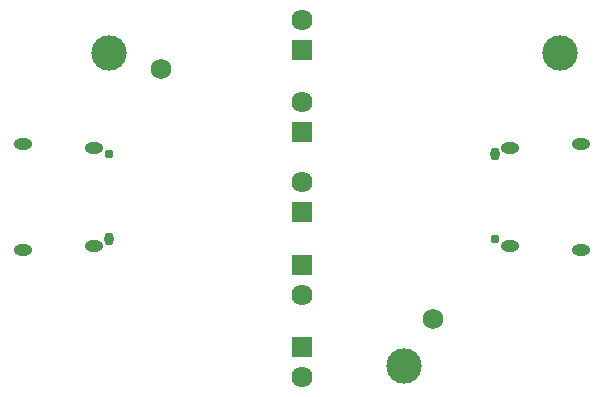
<source format=gbs>
G04*
G04 #@! TF.GenerationSoftware,Altium Limited,Altium Designer,20.1.11 (218)*
G04*
G04 Layer_Color=16711935*
%FSLAX24Y24*%
%MOIN*%
G70*
G04*
G04 #@! TF.SameCoordinates,54141B6B-DA1B-4774-B8CF-21792AEDCB4D*
G04*
G04*
G04 #@! TF.FilePolarity,Negative*
G04*
G01*
G75*
%ADD16C,0.1181*%
%ADD20O,0.0606X0.0370*%
%ADD21C,0.0311*%
%ADD22O,0.0311X0.0429*%
%ADD23C,0.0680*%
%ADD24R,0.0705X0.0705*%
%ADD25C,0.0705*%
D16*
X3781Y11681D02*
D03*
X13626Y1247D02*
D03*
X18817Y11682D02*
D03*
D20*
X19513Y5122D02*
D03*
Y8657D02*
D03*
X17170Y8516D02*
D03*
Y5264D02*
D03*
X945Y8657D02*
D03*
Y5122D02*
D03*
X3287Y5264D02*
D03*
Y8516D02*
D03*
D21*
X16678Y5472D02*
D03*
X3780Y8307D02*
D03*
D22*
X16678D02*
D03*
X3780Y5472D02*
D03*
D23*
X5534Y11154D02*
D03*
X14602Y2815D02*
D03*
D24*
X10226Y6382D02*
D03*
X10229Y11776D02*
D03*
Y9053D02*
D03*
Y4606D02*
D03*
Y1883D02*
D03*
D25*
X10226Y7382D02*
D03*
X10229Y12776D02*
D03*
Y10053D02*
D03*
Y3606D02*
D03*
Y883D02*
D03*
M02*

</source>
